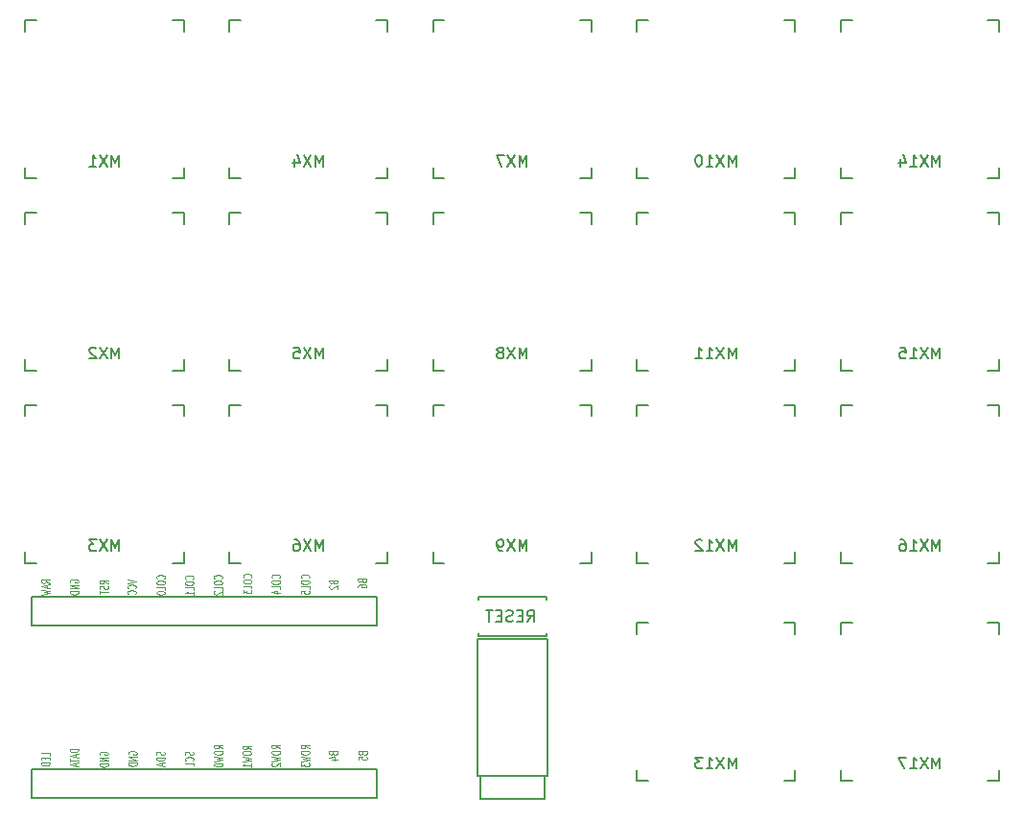
<source format=gbo>
%TF.GenerationSoftware,KiCad,Pcbnew,(5.1.12)-1*%
%TF.CreationDate,2021-11-30T03:04:48-08:00*%
%TF.ProjectId,orthodox_v2,6f727468-6f64-46f7-985f-76322e6b6963,rev?*%
%TF.SameCoordinates,Original*%
%TF.FileFunction,Legend,Bot*%
%TF.FilePolarity,Positive*%
%FSLAX46Y46*%
G04 Gerber Fmt 4.6, Leading zero omitted, Abs format (unit mm)*
G04 Created by KiCad (PCBNEW (5.1.12)-1) date 2021-11-30 03:04:48*
%MOMM*%
%LPD*%
G01*
G04 APERTURE LIST*
%ADD10C,0.150000*%
%ADD11C,0.125000*%
G04 APERTURE END LIST*
D10*
%TO.C,MX6*%
X121261000Y-118649900D02*
X121261000Y-117649900D01*
X122261000Y-118649900D02*
X121261000Y-118649900D01*
X121261000Y-104649900D02*
X122261000Y-104649900D01*
X121261000Y-105649900D02*
X121261000Y-104649900D01*
X135261000Y-104649900D02*
X135261000Y-105649900D01*
X134261000Y-104649900D02*
X135261000Y-104649900D01*
X135261000Y-118649900D02*
X134261000Y-118649900D01*
X135261000Y-117649900D02*
X135261000Y-118649900D01*
%TO.C,MX1*%
X117261000Y-83649900D02*
X117261000Y-84649900D01*
X117261000Y-84649900D02*
X116261000Y-84649900D01*
X116261000Y-70649900D02*
X117261000Y-70649900D01*
X117261000Y-70649900D02*
X117261000Y-71649900D01*
X103261000Y-71649900D02*
X103261000Y-70649900D01*
X103261000Y-70649900D02*
X104261000Y-70649900D01*
X104261000Y-84649900D02*
X103261000Y-84649900D01*
X103261000Y-84649900D02*
X103261000Y-83649900D01*
%TO.C,MX2*%
X103261000Y-101649900D02*
X103261000Y-100649900D01*
X104261000Y-101649900D02*
X103261000Y-101649900D01*
X103261000Y-87649900D02*
X104261000Y-87649900D01*
X103261000Y-88649900D02*
X103261000Y-87649900D01*
X117261000Y-87649900D02*
X117261000Y-88649900D01*
X116261000Y-87649900D02*
X117261000Y-87649900D01*
X117261000Y-101649900D02*
X116261000Y-101649900D01*
X117261000Y-100649900D02*
X117261000Y-101649900D01*
%TO.C,MX3*%
X103261000Y-118649900D02*
X103261000Y-117649900D01*
X104261000Y-118649900D02*
X103261000Y-118649900D01*
X103261000Y-104649900D02*
X104261000Y-104649900D01*
X103261000Y-105649900D02*
X103261000Y-104649900D01*
X117261000Y-104649900D02*
X117261000Y-105649900D01*
X116261000Y-104649900D02*
X117261000Y-104649900D01*
X117261000Y-118649900D02*
X116261000Y-118649900D01*
X117261000Y-117649900D02*
X117261000Y-118649900D01*
%TO.C,MX4*%
X121261000Y-84649900D02*
X121261000Y-83649900D01*
X122261000Y-84649900D02*
X121261000Y-84649900D01*
X121261000Y-70649900D02*
X122261000Y-70649900D01*
X121261000Y-71649900D02*
X121261000Y-70649900D01*
X135261000Y-70649900D02*
X135261000Y-71649900D01*
X134261000Y-70649900D02*
X135261000Y-70649900D01*
X135261000Y-84649900D02*
X134261000Y-84649900D01*
X135261000Y-83649900D02*
X135261000Y-84649900D01*
%TO.C,MX5*%
X135261000Y-100649900D02*
X135261000Y-101649900D01*
X135261000Y-101649900D02*
X134261000Y-101649900D01*
X134261000Y-87649900D02*
X135261000Y-87649900D01*
X135261000Y-87649900D02*
X135261000Y-88649900D01*
X121261000Y-88649900D02*
X121261000Y-87649900D01*
X121261000Y-87649900D02*
X122261000Y-87649900D01*
X122261000Y-101649900D02*
X121261000Y-101649900D01*
X121261000Y-101649900D02*
X121261000Y-100649900D01*
%TO.C,MX7*%
X153261000Y-83649900D02*
X153261000Y-84649900D01*
X153261000Y-84649900D02*
X152261000Y-84649900D01*
X152261000Y-70649900D02*
X153261000Y-70649900D01*
X153261000Y-70649900D02*
X153261000Y-71649900D01*
X139261000Y-71649900D02*
X139261000Y-70649900D01*
X139261000Y-70649900D02*
X140261000Y-70649900D01*
X140261000Y-84649900D02*
X139261000Y-84649900D01*
X139261000Y-84649900D02*
X139261000Y-83649900D01*
%TO.C,MX8*%
X139261000Y-101649900D02*
X139261000Y-100649900D01*
X140261000Y-101649900D02*
X139261000Y-101649900D01*
X139261000Y-87649900D02*
X140261000Y-87649900D01*
X139261000Y-88649900D02*
X139261000Y-87649900D01*
X153261000Y-87649900D02*
X153261000Y-88649900D01*
X152261000Y-87649900D02*
X153261000Y-87649900D01*
X153261000Y-101649900D02*
X152261000Y-101649900D01*
X153261000Y-100649900D02*
X153261000Y-101649900D01*
%TO.C,MX9*%
X139261000Y-118649900D02*
X139261000Y-117649900D01*
X140261000Y-118649900D02*
X139261000Y-118649900D01*
X139261000Y-104649900D02*
X140261000Y-104649900D01*
X139261000Y-105649900D02*
X139261000Y-104649900D01*
X153261000Y-104649900D02*
X153261000Y-105649900D01*
X152261000Y-104649900D02*
X153261000Y-104649900D01*
X153261000Y-118649900D02*
X152261000Y-118649900D01*
X153261000Y-117649900D02*
X153261000Y-118649900D01*
%TO.C,MX10*%
X157261000Y-84649900D02*
X157261000Y-83649900D01*
X158261000Y-84649900D02*
X157261000Y-84649900D01*
X157261000Y-70649900D02*
X158261000Y-70649900D01*
X157261000Y-71649900D02*
X157261000Y-70649900D01*
X171261000Y-70649900D02*
X171261000Y-71649900D01*
X170261000Y-70649900D02*
X171261000Y-70649900D01*
X171261000Y-84649900D02*
X170261000Y-84649900D01*
X171261000Y-83649900D02*
X171261000Y-84649900D01*
%TO.C,MX11*%
X171261000Y-100649900D02*
X171261000Y-101649900D01*
X171261000Y-101649900D02*
X170261000Y-101649900D01*
X170261000Y-87649900D02*
X171261000Y-87649900D01*
X171261000Y-87649900D02*
X171261000Y-88649900D01*
X157261000Y-88649900D02*
X157261000Y-87649900D01*
X157261000Y-87649900D02*
X158261000Y-87649900D01*
X158261000Y-101649900D02*
X157261000Y-101649900D01*
X157261000Y-101649900D02*
X157261000Y-100649900D01*
%TO.C,MX12*%
X157261000Y-118649900D02*
X157261000Y-117649900D01*
X158261000Y-118649900D02*
X157261000Y-118649900D01*
X157261000Y-104649900D02*
X158261000Y-104649900D01*
X157261000Y-105649900D02*
X157261000Y-104649900D01*
X171261000Y-104649900D02*
X171261000Y-105649900D01*
X170261000Y-104649900D02*
X171261000Y-104649900D01*
X171261000Y-118649900D02*
X170261000Y-118649900D01*
X171261000Y-117649900D02*
X171261000Y-118649900D01*
%TO.C,MX13*%
X171261000Y-136899900D02*
X171261000Y-137899900D01*
X171261000Y-137899900D02*
X170261000Y-137899900D01*
X170261000Y-123899900D02*
X171261000Y-123899900D01*
X171261000Y-123899900D02*
X171261000Y-124899900D01*
X157261000Y-124899900D02*
X157261000Y-123899900D01*
X157261000Y-123899900D02*
X158261000Y-123899900D01*
X158261000Y-137899900D02*
X157261000Y-137899900D01*
X157261000Y-137899900D02*
X157261000Y-136899900D01*
%TO.C,MX14*%
X189261000Y-83649900D02*
X189261000Y-84649900D01*
X189261000Y-84649900D02*
X188261000Y-84649900D01*
X188261000Y-70649900D02*
X189261000Y-70649900D01*
X189261000Y-70649900D02*
X189261000Y-71649900D01*
X175261000Y-71649900D02*
X175261000Y-70649900D01*
X175261000Y-70649900D02*
X176261000Y-70649900D01*
X176261000Y-84649900D02*
X175261000Y-84649900D01*
X175261000Y-84649900D02*
X175261000Y-83649900D01*
%TO.C,MX15*%
X175261000Y-101649900D02*
X175261000Y-100649900D01*
X176261000Y-101649900D02*
X175261000Y-101649900D01*
X175261000Y-87649900D02*
X176261000Y-87649900D01*
X175261000Y-88649900D02*
X175261000Y-87649900D01*
X189261000Y-87649900D02*
X189261000Y-88649900D01*
X188261000Y-87649900D02*
X189261000Y-87649900D01*
X189261000Y-101649900D02*
X188261000Y-101649900D01*
X189261000Y-100649900D02*
X189261000Y-101649900D01*
%TO.C,MX16*%
X189261000Y-117649900D02*
X189261000Y-118649900D01*
X189261000Y-118649900D02*
X188261000Y-118649900D01*
X188261000Y-104649900D02*
X189261000Y-104649900D01*
X189261000Y-104649900D02*
X189261000Y-105649900D01*
X175261000Y-105649900D02*
X175261000Y-104649900D01*
X175261000Y-104649900D02*
X176261000Y-104649900D01*
X176261000Y-118649900D02*
X175261000Y-118649900D01*
X175261000Y-118649900D02*
X175261000Y-117649900D01*
%TO.C,MX17*%
X175261000Y-137899900D02*
X175261000Y-136899900D01*
X176261000Y-137899900D02*
X175261000Y-137899900D01*
X175261000Y-123899900D02*
X176261000Y-123899900D01*
X175261000Y-124899900D02*
X175261000Y-123899900D01*
X189261000Y-123899900D02*
X189261000Y-124899900D01*
X188261000Y-123899900D02*
X189261000Y-123899900D01*
X189261000Y-137899900D02*
X188261000Y-137899900D01*
X189261000Y-136899900D02*
X189261000Y-137899900D01*
%TO.C,SW1*%
X143261000Y-125100000D02*
X143261000Y-124850000D01*
X149261000Y-125100000D02*
X143261000Y-125100000D01*
X149261000Y-124850000D02*
X149261000Y-125100000D01*
X149261000Y-121600000D02*
X149261000Y-121850000D01*
X143261000Y-121600000D02*
X149261000Y-121600000D01*
X143261000Y-121850000D02*
X143261000Y-121600000D01*
%TO.C,U1*%
X134293000Y-136836300D02*
X103813000Y-136836300D01*
X134293000Y-139376300D02*
X134293000Y-136836300D01*
X103813000Y-139376300D02*
X134293000Y-139376300D01*
X103813000Y-136836300D02*
X103813000Y-139376300D01*
X134293000Y-121616300D02*
X103813000Y-121616300D01*
X134293000Y-124156300D02*
X134293000Y-121616300D01*
X103813000Y-124156300D02*
X134293000Y-124156300D01*
X103813000Y-121616300D02*
X103813000Y-124156300D01*
%TO.C,U3*%
X149336000Y-137454900D02*
X143236000Y-137454900D01*
X149336000Y-125354900D02*
X143236000Y-125354900D01*
X149336000Y-137454900D02*
X149336000Y-125354900D01*
X143236000Y-137454900D02*
X143236000Y-125354900D01*
X149086000Y-137454900D02*
X149086000Y-139454900D01*
X143486000Y-137454900D02*
X143486000Y-139454900D01*
X149086000Y-139454900D02*
X143486000Y-139454900D01*
%TO.C,MX6*%
X129546714Y-117557280D02*
X129546714Y-116557280D01*
X129213380Y-117271566D01*
X128880047Y-116557280D01*
X128880047Y-117557280D01*
X128499095Y-116557280D02*
X127832428Y-117557280D01*
X127832428Y-116557280D02*
X128499095Y-117557280D01*
X127022904Y-116557280D02*
X127213380Y-116557280D01*
X127308619Y-116604900D01*
X127356238Y-116652519D01*
X127451476Y-116795376D01*
X127499095Y-116985852D01*
X127499095Y-117366804D01*
X127451476Y-117462042D01*
X127403857Y-117509661D01*
X127308619Y-117557280D01*
X127118142Y-117557280D01*
X127022904Y-117509661D01*
X126975285Y-117462042D01*
X126927666Y-117366804D01*
X126927666Y-117128709D01*
X126975285Y-117033471D01*
X127022904Y-116985852D01*
X127118142Y-116938233D01*
X127308619Y-116938233D01*
X127403857Y-116985852D01*
X127451476Y-117033471D01*
X127499095Y-117128709D01*
%TO.C,MX1*%
X111546714Y-83557280D02*
X111546714Y-82557280D01*
X111213380Y-83271566D01*
X110880047Y-82557280D01*
X110880047Y-83557280D01*
X110499095Y-82557280D02*
X109832428Y-83557280D01*
X109832428Y-82557280D02*
X110499095Y-83557280D01*
X108927666Y-83557280D02*
X109499095Y-83557280D01*
X109213380Y-83557280D02*
X109213380Y-82557280D01*
X109308619Y-82700138D01*
X109403857Y-82795376D01*
X109499095Y-82842995D01*
%TO.C,MX2*%
X111546714Y-100557280D02*
X111546714Y-99557280D01*
X111213380Y-100271566D01*
X110880047Y-99557280D01*
X110880047Y-100557280D01*
X110499095Y-99557280D02*
X109832428Y-100557280D01*
X109832428Y-99557280D02*
X110499095Y-100557280D01*
X109499095Y-99652519D02*
X109451476Y-99604900D01*
X109356238Y-99557280D01*
X109118142Y-99557280D01*
X109022904Y-99604900D01*
X108975285Y-99652519D01*
X108927666Y-99747757D01*
X108927666Y-99842995D01*
X108975285Y-99985852D01*
X109546714Y-100557280D01*
X108927666Y-100557280D01*
%TO.C,MX3*%
X111546714Y-117557280D02*
X111546714Y-116557280D01*
X111213380Y-117271566D01*
X110880047Y-116557280D01*
X110880047Y-117557280D01*
X110499095Y-116557280D02*
X109832428Y-117557280D01*
X109832428Y-116557280D02*
X110499095Y-117557280D01*
X109546714Y-116557280D02*
X108927666Y-116557280D01*
X109261000Y-116938233D01*
X109118142Y-116938233D01*
X109022904Y-116985852D01*
X108975285Y-117033471D01*
X108927666Y-117128709D01*
X108927666Y-117366804D01*
X108975285Y-117462042D01*
X109022904Y-117509661D01*
X109118142Y-117557280D01*
X109403857Y-117557280D01*
X109499095Y-117509661D01*
X109546714Y-117462042D01*
%TO.C,MX4*%
X129546714Y-83557280D02*
X129546714Y-82557280D01*
X129213380Y-83271566D01*
X128880047Y-82557280D01*
X128880047Y-83557280D01*
X128499095Y-82557280D02*
X127832428Y-83557280D01*
X127832428Y-82557280D02*
X128499095Y-83557280D01*
X127022904Y-82890614D02*
X127022904Y-83557280D01*
X127261000Y-82509661D02*
X127499095Y-83223947D01*
X126880047Y-83223947D01*
%TO.C,MX5*%
X129546714Y-100557280D02*
X129546714Y-99557280D01*
X129213380Y-100271566D01*
X128880047Y-99557280D01*
X128880047Y-100557280D01*
X128499095Y-99557280D02*
X127832428Y-100557280D01*
X127832428Y-99557280D02*
X128499095Y-100557280D01*
X126975285Y-99557280D02*
X127451476Y-99557280D01*
X127499095Y-100033471D01*
X127451476Y-99985852D01*
X127356238Y-99938233D01*
X127118142Y-99938233D01*
X127022904Y-99985852D01*
X126975285Y-100033471D01*
X126927666Y-100128709D01*
X126927666Y-100366804D01*
X126975285Y-100462042D01*
X127022904Y-100509661D01*
X127118142Y-100557280D01*
X127356238Y-100557280D01*
X127451476Y-100509661D01*
X127499095Y-100462042D01*
%TO.C,MX7*%
X147546714Y-83557280D02*
X147546714Y-82557280D01*
X147213380Y-83271566D01*
X146880047Y-82557280D01*
X146880047Y-83557280D01*
X146499095Y-82557280D02*
X145832428Y-83557280D01*
X145832428Y-82557280D02*
X146499095Y-83557280D01*
X145546714Y-82557280D02*
X144880047Y-82557280D01*
X145308619Y-83557280D01*
%TO.C,MX8*%
X147546714Y-100557280D02*
X147546714Y-99557280D01*
X147213380Y-100271566D01*
X146880047Y-99557280D01*
X146880047Y-100557280D01*
X146499095Y-99557280D02*
X145832428Y-100557280D01*
X145832428Y-99557280D02*
X146499095Y-100557280D01*
X145308619Y-99985852D02*
X145403857Y-99938233D01*
X145451476Y-99890614D01*
X145499095Y-99795376D01*
X145499095Y-99747757D01*
X145451476Y-99652519D01*
X145403857Y-99604900D01*
X145308619Y-99557280D01*
X145118142Y-99557280D01*
X145022904Y-99604900D01*
X144975285Y-99652519D01*
X144927666Y-99747757D01*
X144927666Y-99795376D01*
X144975285Y-99890614D01*
X145022904Y-99938233D01*
X145118142Y-99985852D01*
X145308619Y-99985852D01*
X145403857Y-100033471D01*
X145451476Y-100081090D01*
X145499095Y-100176328D01*
X145499095Y-100366804D01*
X145451476Y-100462042D01*
X145403857Y-100509661D01*
X145308619Y-100557280D01*
X145118142Y-100557280D01*
X145022904Y-100509661D01*
X144975285Y-100462042D01*
X144927666Y-100366804D01*
X144927666Y-100176328D01*
X144975285Y-100081090D01*
X145022904Y-100033471D01*
X145118142Y-99985852D01*
%TO.C,MX9*%
X147546714Y-117557280D02*
X147546714Y-116557280D01*
X147213380Y-117271566D01*
X146880047Y-116557280D01*
X146880047Y-117557280D01*
X146499095Y-116557280D02*
X145832428Y-117557280D01*
X145832428Y-116557280D02*
X146499095Y-117557280D01*
X145403857Y-117557280D02*
X145213380Y-117557280D01*
X145118142Y-117509661D01*
X145070523Y-117462042D01*
X144975285Y-117319185D01*
X144927666Y-117128709D01*
X144927666Y-116747757D01*
X144975285Y-116652519D01*
X145022904Y-116604900D01*
X145118142Y-116557280D01*
X145308619Y-116557280D01*
X145403857Y-116604900D01*
X145451476Y-116652519D01*
X145499095Y-116747757D01*
X145499095Y-116985852D01*
X145451476Y-117081090D01*
X145403857Y-117128709D01*
X145308619Y-117176328D01*
X145118142Y-117176328D01*
X145022904Y-117128709D01*
X144975285Y-117081090D01*
X144927666Y-116985852D01*
%TO.C,MX10*%
X166022904Y-83557280D02*
X166022904Y-82557280D01*
X165689571Y-83271566D01*
X165356238Y-82557280D01*
X165356238Y-83557280D01*
X164975285Y-82557280D02*
X164308619Y-83557280D01*
X164308619Y-82557280D02*
X164975285Y-83557280D01*
X163403857Y-83557280D02*
X163975285Y-83557280D01*
X163689571Y-83557280D02*
X163689571Y-82557280D01*
X163784809Y-82700138D01*
X163880047Y-82795376D01*
X163975285Y-82842995D01*
X162784809Y-82557280D02*
X162689571Y-82557280D01*
X162594333Y-82604900D01*
X162546714Y-82652519D01*
X162499095Y-82747757D01*
X162451476Y-82938233D01*
X162451476Y-83176328D01*
X162499095Y-83366804D01*
X162546714Y-83462042D01*
X162594333Y-83509661D01*
X162689571Y-83557280D01*
X162784809Y-83557280D01*
X162880047Y-83509661D01*
X162927666Y-83462042D01*
X162975285Y-83366804D01*
X163022904Y-83176328D01*
X163022904Y-82938233D01*
X162975285Y-82747757D01*
X162927666Y-82652519D01*
X162880047Y-82604900D01*
X162784809Y-82557280D01*
%TO.C,MX11*%
X166022904Y-100557280D02*
X166022904Y-99557280D01*
X165689571Y-100271566D01*
X165356238Y-99557280D01*
X165356238Y-100557280D01*
X164975285Y-99557280D02*
X164308619Y-100557280D01*
X164308619Y-99557280D02*
X164975285Y-100557280D01*
X163403857Y-100557280D02*
X163975285Y-100557280D01*
X163689571Y-100557280D02*
X163689571Y-99557280D01*
X163784809Y-99700138D01*
X163880047Y-99795376D01*
X163975285Y-99842995D01*
X162451476Y-100557280D02*
X163022904Y-100557280D01*
X162737190Y-100557280D02*
X162737190Y-99557280D01*
X162832428Y-99700138D01*
X162927666Y-99795376D01*
X163022904Y-99842995D01*
%TO.C,MX12*%
X166022904Y-117557280D02*
X166022904Y-116557280D01*
X165689571Y-117271566D01*
X165356238Y-116557280D01*
X165356238Y-117557280D01*
X164975285Y-116557280D02*
X164308619Y-117557280D01*
X164308619Y-116557280D02*
X164975285Y-117557280D01*
X163403857Y-117557280D02*
X163975285Y-117557280D01*
X163689571Y-117557280D02*
X163689571Y-116557280D01*
X163784809Y-116700138D01*
X163880047Y-116795376D01*
X163975285Y-116842995D01*
X163022904Y-116652519D02*
X162975285Y-116604900D01*
X162880047Y-116557280D01*
X162641952Y-116557280D01*
X162546714Y-116604900D01*
X162499095Y-116652519D01*
X162451476Y-116747757D01*
X162451476Y-116842995D01*
X162499095Y-116985852D01*
X163070523Y-117557280D01*
X162451476Y-117557280D01*
%TO.C,MX13*%
X166022904Y-136807280D02*
X166022904Y-135807280D01*
X165689571Y-136521566D01*
X165356238Y-135807280D01*
X165356238Y-136807280D01*
X164975285Y-135807280D02*
X164308619Y-136807280D01*
X164308619Y-135807280D02*
X164975285Y-136807280D01*
X163403857Y-136807280D02*
X163975285Y-136807280D01*
X163689571Y-136807280D02*
X163689571Y-135807280D01*
X163784809Y-135950138D01*
X163880047Y-136045376D01*
X163975285Y-136092995D01*
X163070523Y-135807280D02*
X162451476Y-135807280D01*
X162784809Y-136188233D01*
X162641952Y-136188233D01*
X162546714Y-136235852D01*
X162499095Y-136283471D01*
X162451476Y-136378709D01*
X162451476Y-136616804D01*
X162499095Y-136712042D01*
X162546714Y-136759661D01*
X162641952Y-136807280D01*
X162927666Y-136807280D01*
X163022904Y-136759661D01*
X163070523Y-136712042D01*
%TO.C,MX14*%
X184022904Y-83557280D02*
X184022904Y-82557280D01*
X183689571Y-83271566D01*
X183356238Y-82557280D01*
X183356238Y-83557280D01*
X182975285Y-82557280D02*
X182308619Y-83557280D01*
X182308619Y-82557280D02*
X182975285Y-83557280D01*
X181403857Y-83557280D02*
X181975285Y-83557280D01*
X181689571Y-83557280D02*
X181689571Y-82557280D01*
X181784809Y-82700138D01*
X181880047Y-82795376D01*
X181975285Y-82842995D01*
X180546714Y-82890614D02*
X180546714Y-83557280D01*
X180784809Y-82509661D02*
X181022904Y-83223947D01*
X180403857Y-83223947D01*
%TO.C,MX15*%
X184022904Y-100557280D02*
X184022904Y-99557280D01*
X183689571Y-100271566D01*
X183356238Y-99557280D01*
X183356238Y-100557280D01*
X182975285Y-99557280D02*
X182308619Y-100557280D01*
X182308619Y-99557280D02*
X182975285Y-100557280D01*
X181403857Y-100557280D02*
X181975285Y-100557280D01*
X181689571Y-100557280D02*
X181689571Y-99557280D01*
X181784809Y-99700138D01*
X181880047Y-99795376D01*
X181975285Y-99842995D01*
X180499095Y-99557280D02*
X180975285Y-99557280D01*
X181022904Y-100033471D01*
X180975285Y-99985852D01*
X180880047Y-99938233D01*
X180641952Y-99938233D01*
X180546714Y-99985852D01*
X180499095Y-100033471D01*
X180451476Y-100128709D01*
X180451476Y-100366804D01*
X180499095Y-100462042D01*
X180546714Y-100509661D01*
X180641952Y-100557280D01*
X180880047Y-100557280D01*
X180975285Y-100509661D01*
X181022904Y-100462042D01*
%TO.C,MX16*%
X184022904Y-117557280D02*
X184022904Y-116557280D01*
X183689571Y-117271566D01*
X183356238Y-116557280D01*
X183356238Y-117557280D01*
X182975285Y-116557280D02*
X182308619Y-117557280D01*
X182308619Y-116557280D02*
X182975285Y-117557280D01*
X181403857Y-117557280D02*
X181975285Y-117557280D01*
X181689571Y-117557280D02*
X181689571Y-116557280D01*
X181784809Y-116700138D01*
X181880047Y-116795376D01*
X181975285Y-116842995D01*
X180546714Y-116557280D02*
X180737190Y-116557280D01*
X180832428Y-116604900D01*
X180880047Y-116652519D01*
X180975285Y-116795376D01*
X181022904Y-116985852D01*
X181022904Y-117366804D01*
X180975285Y-117462042D01*
X180927666Y-117509661D01*
X180832428Y-117557280D01*
X180641952Y-117557280D01*
X180546714Y-117509661D01*
X180499095Y-117462042D01*
X180451476Y-117366804D01*
X180451476Y-117128709D01*
X180499095Y-117033471D01*
X180546714Y-116985852D01*
X180641952Y-116938233D01*
X180832428Y-116938233D01*
X180927666Y-116985852D01*
X180975285Y-117033471D01*
X181022904Y-117128709D01*
%TO.C,MX17*%
X184022904Y-136807280D02*
X184022904Y-135807280D01*
X183689571Y-136521566D01*
X183356238Y-135807280D01*
X183356238Y-136807280D01*
X182975285Y-135807280D02*
X182308619Y-136807280D01*
X182308619Y-135807280D02*
X182975285Y-136807280D01*
X181403857Y-136807280D02*
X181975285Y-136807280D01*
X181689571Y-136807280D02*
X181689571Y-135807280D01*
X181784809Y-135950138D01*
X181880047Y-136045376D01*
X181975285Y-136092995D01*
X181070523Y-135807280D02*
X180403857Y-135807280D01*
X180832428Y-136807280D01*
%TO.C,SW1*%
X147586380Y-123802380D02*
X147919714Y-123326190D01*
X148157809Y-123802380D02*
X148157809Y-122802380D01*
X147776857Y-122802380D01*
X147681619Y-122850000D01*
X147634000Y-122897619D01*
X147586380Y-122992857D01*
X147586380Y-123135714D01*
X147634000Y-123230952D01*
X147681619Y-123278571D01*
X147776857Y-123326190D01*
X148157809Y-123326190D01*
X147157809Y-123278571D02*
X146824476Y-123278571D01*
X146681619Y-123802380D02*
X147157809Y-123802380D01*
X147157809Y-122802380D01*
X146681619Y-122802380D01*
X146300666Y-123754761D02*
X146157809Y-123802380D01*
X145919714Y-123802380D01*
X145824476Y-123754761D01*
X145776857Y-123707142D01*
X145729238Y-123611904D01*
X145729238Y-123516666D01*
X145776857Y-123421428D01*
X145824476Y-123373809D01*
X145919714Y-123326190D01*
X146110190Y-123278571D01*
X146205428Y-123230952D01*
X146253047Y-123183333D01*
X146300666Y-123088095D01*
X146300666Y-122992857D01*
X146253047Y-122897619D01*
X146205428Y-122850000D01*
X146110190Y-122802380D01*
X145872095Y-122802380D01*
X145729238Y-122850000D01*
X145300666Y-123278571D02*
X144967333Y-123278571D01*
X144824476Y-123802380D02*
X145300666Y-123802380D01*
X145300666Y-122802380D01*
X144824476Y-122802380D01*
X144538761Y-122802380D02*
X143967333Y-122802380D01*
X144253047Y-123802380D02*
X144253047Y-122802380D01*
%TO.C,U1*%
D11*
X105422285Y-120389161D02*
X105065142Y-120222495D01*
X105422285Y-120103447D02*
X104672285Y-120103447D01*
X104672285Y-120293923D01*
X104708000Y-120341542D01*
X104743714Y-120365352D01*
X104815142Y-120389161D01*
X104922285Y-120389161D01*
X104993714Y-120365352D01*
X105029428Y-120341542D01*
X105065142Y-120293923D01*
X105065142Y-120103447D01*
X105208000Y-120579638D02*
X105208000Y-120817733D01*
X105422285Y-120532019D02*
X104672285Y-120698685D01*
X105422285Y-120865352D01*
X104672285Y-120984400D02*
X105422285Y-121103447D01*
X104886571Y-121198685D01*
X105422285Y-121293923D01*
X104672285Y-121412971D01*
X105422285Y-135628471D02*
X105422285Y-135390376D01*
X104672285Y-135390376D01*
X105029428Y-135795138D02*
X105029428Y-135961804D01*
X105422285Y-136033233D02*
X105422285Y-135795138D01*
X104672285Y-135795138D01*
X104672285Y-136033233D01*
X105422285Y-136247519D02*
X104672285Y-136247519D01*
X104672285Y-136366566D01*
X104708000Y-136437995D01*
X104779428Y-136485614D01*
X104850857Y-136509423D01*
X104993714Y-136533233D01*
X105100857Y-136533233D01*
X105243714Y-136509423D01*
X105315142Y-136485614D01*
X105386571Y-136437995D01*
X105422285Y-136366566D01*
X105422285Y-136247519D01*
X107248000Y-120353447D02*
X107212285Y-120305828D01*
X107212285Y-120234400D01*
X107248000Y-120162971D01*
X107319428Y-120115352D01*
X107390857Y-120091542D01*
X107533714Y-120067733D01*
X107640857Y-120067733D01*
X107783714Y-120091542D01*
X107855142Y-120115352D01*
X107926571Y-120162971D01*
X107962285Y-120234400D01*
X107962285Y-120282019D01*
X107926571Y-120353447D01*
X107890857Y-120377257D01*
X107640857Y-120377257D01*
X107640857Y-120282019D01*
X107962285Y-120591542D02*
X107212285Y-120591542D01*
X107962285Y-120877257D01*
X107212285Y-120877257D01*
X107962285Y-121115352D02*
X107212285Y-121115352D01*
X107212285Y-121234400D01*
X107248000Y-121305828D01*
X107319428Y-121353447D01*
X107390857Y-121377257D01*
X107533714Y-121401066D01*
X107640857Y-121401066D01*
X107783714Y-121377257D01*
X107855142Y-121353447D01*
X107926571Y-121305828D01*
X107962285Y-121234400D01*
X107962285Y-121115352D01*
X107950285Y-135049900D02*
X107200285Y-135049900D01*
X107200285Y-135168947D01*
X107236000Y-135240376D01*
X107307428Y-135287995D01*
X107378857Y-135311804D01*
X107521714Y-135335614D01*
X107628857Y-135335614D01*
X107771714Y-135311804D01*
X107843142Y-135287995D01*
X107914571Y-135240376D01*
X107950285Y-135168947D01*
X107950285Y-135049900D01*
X107736000Y-135526090D02*
X107736000Y-135764185D01*
X107950285Y-135478471D02*
X107200285Y-135645138D01*
X107950285Y-135811804D01*
X107200285Y-135907042D02*
X107200285Y-136192757D01*
X107950285Y-136049900D02*
X107200285Y-136049900D01*
X107736000Y-136335614D02*
X107736000Y-136573709D01*
X107950285Y-136287995D02*
X107200285Y-136454661D01*
X107950285Y-136621328D01*
X110565785Y-120460590D02*
X110208642Y-120293923D01*
X110565785Y-120174876D02*
X109815785Y-120174876D01*
X109815785Y-120365352D01*
X109851500Y-120412971D01*
X109887214Y-120436780D01*
X109958642Y-120460590D01*
X110065785Y-120460590D01*
X110137214Y-120436780D01*
X110172928Y-120412971D01*
X110208642Y-120365352D01*
X110208642Y-120174876D01*
X110530071Y-120651066D02*
X110565785Y-120722495D01*
X110565785Y-120841542D01*
X110530071Y-120889161D01*
X110494357Y-120912971D01*
X110422928Y-120936780D01*
X110351500Y-120936780D01*
X110280071Y-120912971D01*
X110244357Y-120889161D01*
X110208642Y-120841542D01*
X110172928Y-120746304D01*
X110137214Y-120698685D01*
X110101500Y-120674876D01*
X110030071Y-120651066D01*
X109958642Y-120651066D01*
X109887214Y-120674876D01*
X109851500Y-120698685D01*
X109815785Y-120746304D01*
X109815785Y-120865352D01*
X109851500Y-120936780D01*
X109815785Y-121079638D02*
X109815785Y-121365352D01*
X110565785Y-121222495D02*
X109815785Y-121222495D01*
X109851500Y-135593447D02*
X109815785Y-135545828D01*
X109815785Y-135474400D01*
X109851500Y-135402971D01*
X109922928Y-135355352D01*
X109994357Y-135331542D01*
X110137214Y-135307733D01*
X110244357Y-135307733D01*
X110387214Y-135331542D01*
X110458642Y-135355352D01*
X110530071Y-135402971D01*
X110565785Y-135474400D01*
X110565785Y-135522019D01*
X110530071Y-135593447D01*
X110494357Y-135617257D01*
X110244357Y-135617257D01*
X110244357Y-135522019D01*
X110565785Y-135831542D02*
X109815785Y-135831542D01*
X110565785Y-136117257D01*
X109815785Y-136117257D01*
X110565785Y-136355352D02*
X109815785Y-136355352D01*
X109815785Y-136474400D01*
X109851500Y-136545828D01*
X109922928Y-136593447D01*
X109994357Y-136617257D01*
X110137214Y-136641066D01*
X110244357Y-136641066D01*
X110387214Y-136617257D01*
X110458642Y-136593447D01*
X110530071Y-136545828D01*
X110565785Y-136474400D01*
X110565785Y-136355352D01*
X112292285Y-120067733D02*
X113042285Y-120234400D01*
X112292285Y-120401066D01*
X112970857Y-120853447D02*
X113006571Y-120829638D01*
X113042285Y-120758209D01*
X113042285Y-120710590D01*
X113006571Y-120639161D01*
X112935142Y-120591542D01*
X112863714Y-120567733D01*
X112720857Y-120543923D01*
X112613714Y-120543923D01*
X112470857Y-120567733D01*
X112399428Y-120591542D01*
X112328000Y-120639161D01*
X112292285Y-120710590D01*
X112292285Y-120758209D01*
X112328000Y-120829638D01*
X112363714Y-120853447D01*
X112970857Y-121353447D02*
X113006571Y-121329638D01*
X113042285Y-121258209D01*
X113042285Y-121210590D01*
X113006571Y-121139161D01*
X112935142Y-121091542D01*
X112863714Y-121067733D01*
X112720857Y-121043923D01*
X112613714Y-121043923D01*
X112470857Y-121067733D01*
X112399428Y-121091542D01*
X112328000Y-121139161D01*
X112292285Y-121210590D01*
X112292285Y-121258209D01*
X112328000Y-121329638D01*
X112363714Y-121353447D01*
X112391500Y-135529947D02*
X112355785Y-135482328D01*
X112355785Y-135410900D01*
X112391500Y-135339471D01*
X112462928Y-135291852D01*
X112534357Y-135268042D01*
X112677214Y-135244233D01*
X112784357Y-135244233D01*
X112927214Y-135268042D01*
X112998642Y-135291852D01*
X113070071Y-135339471D01*
X113105785Y-135410900D01*
X113105785Y-135458519D01*
X113070071Y-135529947D01*
X113034357Y-135553757D01*
X112784357Y-135553757D01*
X112784357Y-135458519D01*
X113105785Y-135768042D02*
X112355785Y-135768042D01*
X113105785Y-136053757D01*
X112355785Y-136053757D01*
X113105785Y-136291852D02*
X112355785Y-136291852D01*
X112355785Y-136410900D01*
X112391500Y-136482328D01*
X112462928Y-136529947D01*
X112534357Y-136553757D01*
X112677214Y-136577566D01*
X112784357Y-136577566D01*
X112927214Y-136553757D01*
X112998642Y-136529947D01*
X113070071Y-136482328D01*
X113105785Y-136410900D01*
X113105785Y-136291852D01*
X123178857Y-119902280D02*
X123214571Y-119878471D01*
X123250285Y-119807042D01*
X123250285Y-119759423D01*
X123214571Y-119687995D01*
X123143142Y-119640376D01*
X123071714Y-119616566D01*
X122928857Y-119592757D01*
X122821714Y-119592757D01*
X122678857Y-119616566D01*
X122607428Y-119640376D01*
X122536000Y-119687995D01*
X122500285Y-119759423D01*
X122500285Y-119807042D01*
X122536000Y-119878471D01*
X122571714Y-119902280D01*
X122500285Y-120211804D02*
X122500285Y-120307042D01*
X122536000Y-120354661D01*
X122607428Y-120402280D01*
X122750285Y-120426090D01*
X123000285Y-120426090D01*
X123143142Y-120402280D01*
X123214571Y-120354661D01*
X123250285Y-120307042D01*
X123250285Y-120211804D01*
X123214571Y-120164185D01*
X123143142Y-120116566D01*
X123000285Y-120092757D01*
X122750285Y-120092757D01*
X122607428Y-120116566D01*
X122536000Y-120164185D01*
X122500285Y-120211804D01*
X123250285Y-120878471D02*
X123250285Y-120640376D01*
X122500285Y-120640376D01*
X122500285Y-120997519D02*
X122500285Y-121307042D01*
X122786000Y-121140376D01*
X122786000Y-121211804D01*
X122821714Y-121259423D01*
X122857428Y-121283233D01*
X122928857Y-121307042D01*
X123107428Y-121307042D01*
X123178857Y-121283233D01*
X123214571Y-121259423D01*
X123250285Y-121211804D01*
X123250285Y-121068947D01*
X123214571Y-121021328D01*
X123178857Y-120997519D01*
X120700285Y-135018947D02*
X120343142Y-134852280D01*
X120700285Y-134733233D02*
X119950285Y-134733233D01*
X119950285Y-134923709D01*
X119986000Y-134971328D01*
X120021714Y-134995138D01*
X120093142Y-135018947D01*
X120200285Y-135018947D01*
X120271714Y-134995138D01*
X120307428Y-134971328D01*
X120343142Y-134923709D01*
X120343142Y-134733233D01*
X119950285Y-135328471D02*
X119950285Y-135423709D01*
X119986000Y-135471328D01*
X120057428Y-135518947D01*
X120200285Y-135542757D01*
X120450285Y-135542757D01*
X120593142Y-135518947D01*
X120664571Y-135471328D01*
X120700285Y-135423709D01*
X120700285Y-135328471D01*
X120664571Y-135280852D01*
X120593142Y-135233233D01*
X120450285Y-135209423D01*
X120200285Y-135209423D01*
X120057428Y-135233233D01*
X119986000Y-135280852D01*
X119950285Y-135328471D01*
X119950285Y-135709423D02*
X120700285Y-135828471D01*
X120164571Y-135923709D01*
X120700285Y-136018947D01*
X119950285Y-136137995D01*
X119950285Y-136423709D02*
X119950285Y-136471328D01*
X119986000Y-136518947D01*
X120021714Y-136542757D01*
X120093142Y-136566566D01*
X120236000Y-136590376D01*
X120414571Y-136590376D01*
X120557428Y-136566566D01*
X120628857Y-136542757D01*
X120664571Y-136518947D01*
X120700285Y-136471328D01*
X120700285Y-136423709D01*
X120664571Y-136376090D01*
X120628857Y-136352280D01*
X120557428Y-136328471D01*
X120414571Y-136304661D01*
X120236000Y-136304661D01*
X120093142Y-136328471D01*
X120021714Y-136352280D01*
X119986000Y-136376090D01*
X119950285Y-136423709D01*
X120590857Y-120002280D02*
X120626571Y-119978471D01*
X120662285Y-119907042D01*
X120662285Y-119859423D01*
X120626571Y-119787995D01*
X120555142Y-119740376D01*
X120483714Y-119716566D01*
X120340857Y-119692757D01*
X120233714Y-119692757D01*
X120090857Y-119716566D01*
X120019428Y-119740376D01*
X119948000Y-119787995D01*
X119912285Y-119859423D01*
X119912285Y-119907042D01*
X119948000Y-119978471D01*
X119983714Y-120002280D01*
X119912285Y-120311804D02*
X119912285Y-120407042D01*
X119948000Y-120454661D01*
X120019428Y-120502280D01*
X120162285Y-120526090D01*
X120412285Y-120526090D01*
X120555142Y-120502280D01*
X120626571Y-120454661D01*
X120662285Y-120407042D01*
X120662285Y-120311804D01*
X120626571Y-120264185D01*
X120555142Y-120216566D01*
X120412285Y-120192757D01*
X120162285Y-120192757D01*
X120019428Y-120216566D01*
X119948000Y-120264185D01*
X119912285Y-120311804D01*
X120662285Y-120978471D02*
X120662285Y-120740376D01*
X119912285Y-120740376D01*
X119983714Y-121121328D02*
X119948000Y-121145138D01*
X119912285Y-121192757D01*
X119912285Y-121311804D01*
X119948000Y-121359423D01*
X119983714Y-121383233D01*
X120055142Y-121407042D01*
X120126571Y-121407042D01*
X120233714Y-121383233D01*
X120662285Y-121097519D01*
X120662285Y-121407042D01*
X118086571Y-135315661D02*
X118122285Y-135387090D01*
X118122285Y-135506138D01*
X118086571Y-135553757D01*
X118050857Y-135577566D01*
X117979428Y-135601376D01*
X117908000Y-135601376D01*
X117836571Y-135577566D01*
X117800857Y-135553757D01*
X117765142Y-135506138D01*
X117729428Y-135410900D01*
X117693714Y-135363280D01*
X117658000Y-135339471D01*
X117586571Y-135315661D01*
X117515142Y-135315661D01*
X117443714Y-135339471D01*
X117408000Y-135363280D01*
X117372285Y-135410900D01*
X117372285Y-135529947D01*
X117408000Y-135601376D01*
X118050857Y-136101376D02*
X118086571Y-136077566D01*
X118122285Y-136006138D01*
X118122285Y-135958519D01*
X118086571Y-135887090D01*
X118015142Y-135839471D01*
X117943714Y-135815661D01*
X117800857Y-135791852D01*
X117693714Y-135791852D01*
X117550857Y-135815661D01*
X117479428Y-135839471D01*
X117408000Y-135887090D01*
X117372285Y-135958519D01*
X117372285Y-136006138D01*
X117408000Y-136077566D01*
X117443714Y-136101376D01*
X118122285Y-136553757D02*
X118122285Y-136315661D01*
X117372285Y-136315661D01*
X118050857Y-120052280D02*
X118086571Y-120028471D01*
X118122285Y-119957042D01*
X118122285Y-119909423D01*
X118086571Y-119837995D01*
X118015142Y-119790376D01*
X117943714Y-119766566D01*
X117800857Y-119742757D01*
X117693714Y-119742757D01*
X117550857Y-119766566D01*
X117479428Y-119790376D01*
X117408000Y-119837995D01*
X117372285Y-119909423D01*
X117372285Y-119957042D01*
X117408000Y-120028471D01*
X117443714Y-120052280D01*
X117372285Y-120361804D02*
X117372285Y-120457042D01*
X117408000Y-120504661D01*
X117479428Y-120552280D01*
X117622285Y-120576090D01*
X117872285Y-120576090D01*
X118015142Y-120552280D01*
X118086571Y-120504661D01*
X118122285Y-120457042D01*
X118122285Y-120361804D01*
X118086571Y-120314185D01*
X118015142Y-120266566D01*
X117872285Y-120242757D01*
X117622285Y-120242757D01*
X117479428Y-120266566D01*
X117408000Y-120314185D01*
X117372285Y-120361804D01*
X118122285Y-121028471D02*
X118122285Y-120790376D01*
X117372285Y-120790376D01*
X118122285Y-121457042D02*
X118122285Y-121171328D01*
X118122285Y-121314185D02*
X117372285Y-121314185D01*
X117479428Y-121266566D01*
X117550857Y-121218947D01*
X117586571Y-121171328D01*
X115546571Y-135303757D02*
X115582285Y-135375185D01*
X115582285Y-135494233D01*
X115546571Y-135541852D01*
X115510857Y-135565661D01*
X115439428Y-135589471D01*
X115368000Y-135589471D01*
X115296571Y-135565661D01*
X115260857Y-135541852D01*
X115225142Y-135494233D01*
X115189428Y-135398995D01*
X115153714Y-135351376D01*
X115118000Y-135327566D01*
X115046571Y-135303757D01*
X114975142Y-135303757D01*
X114903714Y-135327566D01*
X114868000Y-135351376D01*
X114832285Y-135398995D01*
X114832285Y-135518042D01*
X114868000Y-135589471D01*
X115582285Y-135803757D02*
X114832285Y-135803757D01*
X114832285Y-135922804D01*
X114868000Y-135994233D01*
X114939428Y-136041852D01*
X115010857Y-136065661D01*
X115153714Y-136089471D01*
X115260857Y-136089471D01*
X115403714Y-136065661D01*
X115475142Y-136041852D01*
X115546571Y-135994233D01*
X115582285Y-135922804D01*
X115582285Y-135803757D01*
X115368000Y-136279947D02*
X115368000Y-136518042D01*
X115582285Y-136232328D02*
X114832285Y-136398995D01*
X115582285Y-136565661D01*
X115528857Y-120002280D02*
X115564571Y-119978471D01*
X115600285Y-119907042D01*
X115600285Y-119859423D01*
X115564571Y-119787995D01*
X115493142Y-119740376D01*
X115421714Y-119716566D01*
X115278857Y-119692757D01*
X115171714Y-119692757D01*
X115028857Y-119716566D01*
X114957428Y-119740376D01*
X114886000Y-119787995D01*
X114850285Y-119859423D01*
X114850285Y-119907042D01*
X114886000Y-119978471D01*
X114921714Y-120002280D01*
X114850285Y-120311804D02*
X114850285Y-120407042D01*
X114886000Y-120454661D01*
X114957428Y-120502280D01*
X115100285Y-120526090D01*
X115350285Y-120526090D01*
X115493142Y-120502280D01*
X115564571Y-120454661D01*
X115600285Y-120407042D01*
X115600285Y-120311804D01*
X115564571Y-120264185D01*
X115493142Y-120216566D01*
X115350285Y-120192757D01*
X115100285Y-120192757D01*
X114957428Y-120216566D01*
X114886000Y-120264185D01*
X114850285Y-120311804D01*
X115600285Y-120978471D02*
X115600285Y-120740376D01*
X114850285Y-120740376D01*
X114850285Y-121240376D02*
X114850285Y-121287995D01*
X114886000Y-121335614D01*
X114921714Y-121359423D01*
X114993142Y-121383233D01*
X115136000Y-121407042D01*
X115314571Y-121407042D01*
X115457428Y-121383233D01*
X115528857Y-121359423D01*
X115564571Y-121335614D01*
X115600285Y-121287995D01*
X115600285Y-121240376D01*
X115564571Y-121192757D01*
X115528857Y-121168947D01*
X115457428Y-121145138D01*
X115314571Y-121121328D01*
X115136000Y-121121328D01*
X114993142Y-121145138D01*
X114921714Y-121168947D01*
X114886000Y-121192757D01*
X114850285Y-121240376D01*
X133007428Y-120197519D02*
X133043142Y-120268947D01*
X133078857Y-120292757D01*
X133150285Y-120316566D01*
X133257428Y-120316566D01*
X133328857Y-120292757D01*
X133364571Y-120268947D01*
X133400285Y-120221328D01*
X133400285Y-120030852D01*
X132650285Y-120030852D01*
X132650285Y-120197519D01*
X132686000Y-120245138D01*
X132721714Y-120268947D01*
X132793142Y-120292757D01*
X132864571Y-120292757D01*
X132936000Y-120268947D01*
X132971714Y-120245138D01*
X133007428Y-120197519D01*
X133007428Y-120030852D01*
X132650285Y-120745138D02*
X132650285Y-120649900D01*
X132686000Y-120602280D01*
X132721714Y-120578471D01*
X132828857Y-120530852D01*
X132971714Y-120507042D01*
X133257428Y-120507042D01*
X133328857Y-120530852D01*
X133364571Y-120554661D01*
X133400285Y-120602280D01*
X133400285Y-120697519D01*
X133364571Y-120745138D01*
X133328857Y-120768947D01*
X133257428Y-120792757D01*
X133078857Y-120792757D01*
X133007428Y-120768947D01*
X132971714Y-120745138D01*
X132936000Y-120697519D01*
X132936000Y-120602280D01*
X132971714Y-120554661D01*
X133007428Y-120530852D01*
X133078857Y-120507042D01*
X133032928Y-135447519D02*
X133068642Y-135518947D01*
X133104357Y-135542757D01*
X133175785Y-135566566D01*
X133282928Y-135566566D01*
X133354357Y-135542757D01*
X133390071Y-135518947D01*
X133425785Y-135471328D01*
X133425785Y-135280852D01*
X132675785Y-135280852D01*
X132675785Y-135447519D01*
X132711500Y-135495138D01*
X132747214Y-135518947D01*
X132818642Y-135542757D01*
X132890071Y-135542757D01*
X132961500Y-135518947D01*
X132997214Y-135495138D01*
X133032928Y-135447519D01*
X133032928Y-135280852D01*
X132675785Y-136018947D02*
X132675785Y-135780852D01*
X133032928Y-135757042D01*
X132997214Y-135780852D01*
X132961500Y-135828471D01*
X132961500Y-135947519D01*
X132997214Y-135995138D01*
X133032928Y-136018947D01*
X133104357Y-136042757D01*
X133282928Y-136042757D01*
X133354357Y-136018947D01*
X133390071Y-135995138D01*
X133425785Y-135947519D01*
X133425785Y-135828471D01*
X133390071Y-135780852D01*
X133354357Y-135757042D01*
X130429428Y-135447519D02*
X130465142Y-135518947D01*
X130500857Y-135542757D01*
X130572285Y-135566566D01*
X130679428Y-135566566D01*
X130750857Y-135542757D01*
X130786571Y-135518947D01*
X130822285Y-135471328D01*
X130822285Y-135280852D01*
X130072285Y-135280852D01*
X130072285Y-135447519D01*
X130108000Y-135495138D01*
X130143714Y-135518947D01*
X130215142Y-135542757D01*
X130286571Y-135542757D01*
X130358000Y-135518947D01*
X130393714Y-135495138D01*
X130429428Y-135447519D01*
X130429428Y-135280852D01*
X130322285Y-135995138D02*
X130822285Y-135995138D01*
X130036571Y-135876090D02*
X130572285Y-135757042D01*
X130572285Y-136066566D01*
X130457428Y-120297519D02*
X130493142Y-120368947D01*
X130528857Y-120392757D01*
X130600285Y-120416566D01*
X130707428Y-120416566D01*
X130778857Y-120392757D01*
X130814571Y-120368947D01*
X130850285Y-120321328D01*
X130850285Y-120130852D01*
X130100285Y-120130852D01*
X130100285Y-120297519D01*
X130136000Y-120345138D01*
X130171714Y-120368947D01*
X130243142Y-120392757D01*
X130314571Y-120392757D01*
X130386000Y-120368947D01*
X130421714Y-120345138D01*
X130457428Y-120297519D01*
X130457428Y-120130852D01*
X130171714Y-120607042D02*
X130136000Y-120630852D01*
X130100285Y-120678471D01*
X130100285Y-120797519D01*
X130136000Y-120845138D01*
X130171714Y-120868947D01*
X130243142Y-120892757D01*
X130314571Y-120892757D01*
X130421714Y-120868947D01*
X130850285Y-120583233D01*
X130850285Y-120892757D01*
X128345785Y-135018947D02*
X127988642Y-134852280D01*
X128345785Y-134733233D02*
X127595785Y-134733233D01*
X127595785Y-134923709D01*
X127631500Y-134971328D01*
X127667214Y-134995138D01*
X127738642Y-135018947D01*
X127845785Y-135018947D01*
X127917214Y-134995138D01*
X127952928Y-134971328D01*
X127988642Y-134923709D01*
X127988642Y-134733233D01*
X127595785Y-135328471D02*
X127595785Y-135423709D01*
X127631500Y-135471328D01*
X127702928Y-135518947D01*
X127845785Y-135542757D01*
X128095785Y-135542757D01*
X128238642Y-135518947D01*
X128310071Y-135471328D01*
X128345785Y-135423709D01*
X128345785Y-135328471D01*
X128310071Y-135280852D01*
X128238642Y-135233233D01*
X128095785Y-135209423D01*
X127845785Y-135209423D01*
X127702928Y-135233233D01*
X127631500Y-135280852D01*
X127595785Y-135328471D01*
X127595785Y-135709423D02*
X128345785Y-135828471D01*
X127810071Y-135923709D01*
X128345785Y-136018947D01*
X127595785Y-136137995D01*
X127595785Y-136280852D02*
X127595785Y-136590376D01*
X127881500Y-136423709D01*
X127881500Y-136495138D01*
X127917214Y-136542757D01*
X127952928Y-136566566D01*
X128024357Y-136590376D01*
X128202928Y-136590376D01*
X128274357Y-136566566D01*
X128310071Y-136542757D01*
X128345785Y-136495138D01*
X128345785Y-136352280D01*
X128310071Y-136304661D01*
X128274357Y-136280852D01*
X128274357Y-119952280D02*
X128310071Y-119928471D01*
X128345785Y-119857042D01*
X128345785Y-119809423D01*
X128310071Y-119737995D01*
X128238642Y-119690376D01*
X128167214Y-119666566D01*
X128024357Y-119642757D01*
X127917214Y-119642757D01*
X127774357Y-119666566D01*
X127702928Y-119690376D01*
X127631500Y-119737995D01*
X127595785Y-119809423D01*
X127595785Y-119857042D01*
X127631500Y-119928471D01*
X127667214Y-119952280D01*
X127595785Y-120261804D02*
X127595785Y-120357042D01*
X127631500Y-120404661D01*
X127702928Y-120452280D01*
X127845785Y-120476090D01*
X128095785Y-120476090D01*
X128238642Y-120452280D01*
X128310071Y-120404661D01*
X128345785Y-120357042D01*
X128345785Y-120261804D01*
X128310071Y-120214185D01*
X128238642Y-120166566D01*
X128095785Y-120142757D01*
X127845785Y-120142757D01*
X127702928Y-120166566D01*
X127631500Y-120214185D01*
X127595785Y-120261804D01*
X128345785Y-120928471D02*
X128345785Y-120690376D01*
X127595785Y-120690376D01*
X127595785Y-121333233D02*
X127595785Y-121095138D01*
X127952928Y-121071328D01*
X127917214Y-121095138D01*
X127881500Y-121142757D01*
X127881500Y-121261804D01*
X127917214Y-121309423D01*
X127952928Y-121333233D01*
X128024357Y-121357042D01*
X128202928Y-121357042D01*
X128274357Y-121333233D01*
X128310071Y-121309423D01*
X128345785Y-121261804D01*
X128345785Y-121142757D01*
X128310071Y-121095138D01*
X128274357Y-121071328D01*
X125750285Y-135018947D02*
X125393142Y-134852280D01*
X125750285Y-134733233D02*
X125000285Y-134733233D01*
X125000285Y-134923709D01*
X125036000Y-134971328D01*
X125071714Y-134995138D01*
X125143142Y-135018947D01*
X125250285Y-135018947D01*
X125321714Y-134995138D01*
X125357428Y-134971328D01*
X125393142Y-134923709D01*
X125393142Y-134733233D01*
X125000285Y-135328471D02*
X125000285Y-135423709D01*
X125036000Y-135471328D01*
X125107428Y-135518947D01*
X125250285Y-135542757D01*
X125500285Y-135542757D01*
X125643142Y-135518947D01*
X125714571Y-135471328D01*
X125750285Y-135423709D01*
X125750285Y-135328471D01*
X125714571Y-135280852D01*
X125643142Y-135233233D01*
X125500285Y-135209423D01*
X125250285Y-135209423D01*
X125107428Y-135233233D01*
X125036000Y-135280852D01*
X125000285Y-135328471D01*
X125000285Y-135709423D02*
X125750285Y-135828471D01*
X125214571Y-135923709D01*
X125750285Y-136018947D01*
X125000285Y-136137995D01*
X125071714Y-136304661D02*
X125036000Y-136328471D01*
X125000285Y-136376090D01*
X125000285Y-136495138D01*
X125036000Y-136542757D01*
X125071714Y-136566566D01*
X125143142Y-136590376D01*
X125214571Y-136590376D01*
X125321714Y-136566566D01*
X125750285Y-136280852D01*
X125750285Y-136590376D01*
X125678857Y-119952280D02*
X125714571Y-119928471D01*
X125750285Y-119857042D01*
X125750285Y-119809423D01*
X125714571Y-119737995D01*
X125643142Y-119690376D01*
X125571714Y-119666566D01*
X125428857Y-119642757D01*
X125321714Y-119642757D01*
X125178857Y-119666566D01*
X125107428Y-119690376D01*
X125036000Y-119737995D01*
X125000285Y-119809423D01*
X125000285Y-119857042D01*
X125036000Y-119928471D01*
X125071714Y-119952280D01*
X125000285Y-120261804D02*
X125000285Y-120357042D01*
X125036000Y-120404661D01*
X125107428Y-120452280D01*
X125250285Y-120476090D01*
X125500285Y-120476090D01*
X125643142Y-120452280D01*
X125714571Y-120404661D01*
X125750285Y-120357042D01*
X125750285Y-120261804D01*
X125714571Y-120214185D01*
X125643142Y-120166566D01*
X125500285Y-120142757D01*
X125250285Y-120142757D01*
X125107428Y-120166566D01*
X125036000Y-120214185D01*
X125000285Y-120261804D01*
X125750285Y-120928471D02*
X125750285Y-120690376D01*
X125000285Y-120690376D01*
X125250285Y-121309423D02*
X125750285Y-121309423D01*
X124964571Y-121190376D02*
X125500285Y-121071328D01*
X125500285Y-121380852D01*
X123202285Y-135068947D02*
X122845142Y-134902280D01*
X123202285Y-134783233D02*
X122452285Y-134783233D01*
X122452285Y-134973709D01*
X122488000Y-135021328D01*
X122523714Y-135045138D01*
X122595142Y-135068947D01*
X122702285Y-135068947D01*
X122773714Y-135045138D01*
X122809428Y-135021328D01*
X122845142Y-134973709D01*
X122845142Y-134783233D01*
X122452285Y-135378471D02*
X122452285Y-135473709D01*
X122488000Y-135521328D01*
X122559428Y-135568947D01*
X122702285Y-135592757D01*
X122952285Y-135592757D01*
X123095142Y-135568947D01*
X123166571Y-135521328D01*
X123202285Y-135473709D01*
X123202285Y-135378471D01*
X123166571Y-135330852D01*
X123095142Y-135283233D01*
X122952285Y-135259423D01*
X122702285Y-135259423D01*
X122559428Y-135283233D01*
X122488000Y-135330852D01*
X122452285Y-135378471D01*
X122452285Y-135759423D02*
X123202285Y-135878471D01*
X122666571Y-135973709D01*
X123202285Y-136068947D01*
X122452285Y-136187995D01*
X123202285Y-136640376D02*
X123202285Y-136354661D01*
X123202285Y-136497519D02*
X122452285Y-136497519D01*
X122559428Y-136449900D01*
X122630857Y-136402280D01*
X122666571Y-136354661D01*
%TD*%
M02*

</source>
